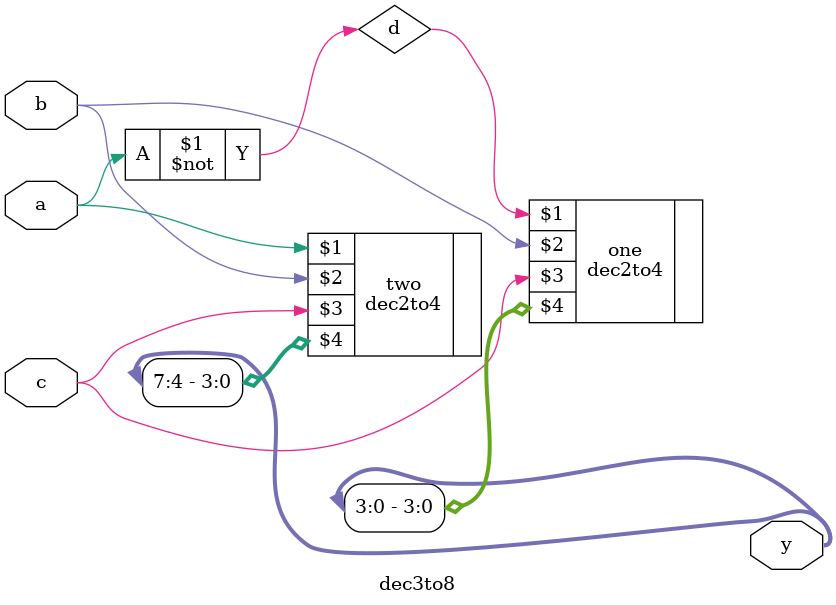
<source format=v>
`include "dec2to4.v"
module dec3to8(a,b,c,y);
input a,b,c;
wire d;
output  [7:0]y;
assign d=~a;
dec2to4 one(d,b,c,y[3:0]);
dec2to4 two(a,b,c,y[7:4]);
endmodule
</source>
